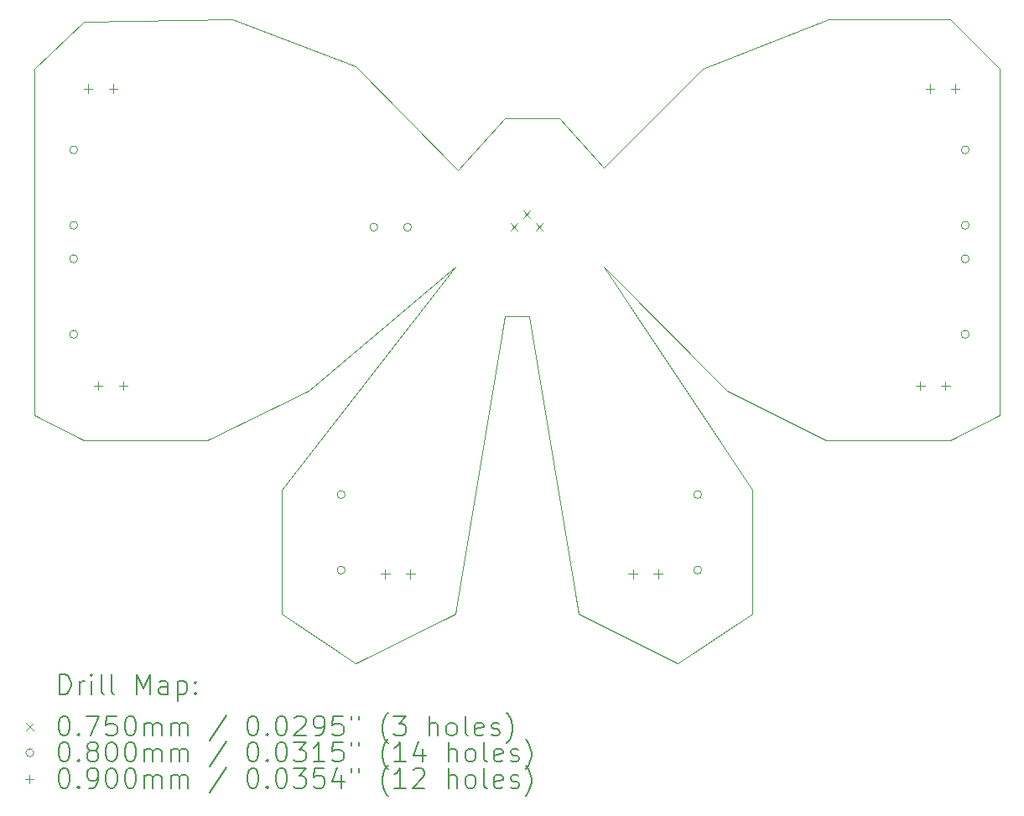
<source format=gbr>
%TF.GenerationSoftware,KiCad,Pcbnew,9.0.2*%
%TF.CreationDate,2025-06-06T13:56:25-05:00*%
%TF.ProjectId,bow,626f772e-6b69-4636-9164-5f7063625858,rev?*%
%TF.SameCoordinates,Original*%
%TF.FileFunction,Drillmap*%
%TF.FilePolarity,Positive*%
%FSLAX45Y45*%
G04 Gerber Fmt 4.5, Leading zero omitted, Abs format (unit mm)*
G04 Created by KiCad (PCBNEW 9.0.2) date 2025-06-06 13:56:25*
%MOMM*%
%LPD*%
G01*
G04 APERTURE LIST*
%ADD10C,0.050000*%
%ADD11C,0.200000*%
%ADD12C,0.100000*%
G04 APERTURE END LIST*
D10*
X26750000Y-7000000D02*
X26750000Y-10500000D01*
X26250000Y-10750000D01*
X25000000Y-10750000D01*
X24000000Y-10250000D01*
X22750000Y-9000000D01*
X24250000Y-11250000D01*
X24250000Y-12500000D01*
X23500000Y-13000000D01*
X22500000Y-12500000D01*
X22000000Y-9500000D01*
X21750000Y-9500000D01*
X21250000Y-12500000D01*
X20250000Y-13000000D01*
X19500000Y-12500000D01*
X19500000Y-11250000D01*
X21250000Y-9000000D01*
X19775000Y-10250000D01*
X18750000Y-10750000D01*
X17500000Y-10750000D01*
X17000000Y-10500000D01*
X17000000Y-7000000D01*
X17500000Y-6525000D01*
X19000000Y-6500000D01*
X20250000Y-6975000D01*
X21275000Y-8025000D01*
X21750000Y-7500000D01*
X22300000Y-7500000D01*
X22750000Y-8000000D01*
X23750000Y-7000000D01*
X25025000Y-6500000D01*
X26250000Y-6500000D01*
X26750000Y-7000000D01*
D11*
D12*
X21808500Y-8562500D02*
X21883500Y-8637500D01*
X21883500Y-8562500D02*
X21808500Y-8637500D01*
X21935500Y-8435500D02*
X22010500Y-8510500D01*
X22010500Y-8435500D02*
X21935500Y-8510500D01*
X22062500Y-8562500D02*
X22137500Y-8637500D01*
X22137500Y-8562500D02*
X22062500Y-8637500D01*
X17440000Y-7819000D02*
G75*
G02*
X17360000Y-7819000I-40000J0D01*
G01*
X17360000Y-7819000D02*
G75*
G02*
X17440000Y-7819000I40000J0D01*
G01*
X17440000Y-8581000D02*
G75*
G02*
X17360000Y-8581000I-40000J0D01*
G01*
X17360000Y-8581000D02*
G75*
G02*
X17440000Y-8581000I40000J0D01*
G01*
X17440000Y-8919000D02*
G75*
G02*
X17360000Y-8919000I-40000J0D01*
G01*
X17360000Y-8919000D02*
G75*
G02*
X17440000Y-8919000I40000J0D01*
G01*
X17440000Y-9681000D02*
G75*
G02*
X17360000Y-9681000I-40000J0D01*
G01*
X17360000Y-9681000D02*
G75*
G02*
X17440000Y-9681000I40000J0D01*
G01*
X20140000Y-11300000D02*
G75*
G02*
X20060000Y-11300000I-40000J0D01*
G01*
X20060000Y-11300000D02*
G75*
G02*
X20140000Y-11300000I40000J0D01*
G01*
X20140000Y-12062000D02*
G75*
G02*
X20060000Y-12062000I-40000J0D01*
G01*
X20060000Y-12062000D02*
G75*
G02*
X20140000Y-12062000I40000J0D01*
G01*
X20470000Y-8600000D02*
G75*
G02*
X20390000Y-8600000I-40000J0D01*
G01*
X20390000Y-8600000D02*
G75*
G02*
X20470000Y-8600000I40000J0D01*
G01*
X20810000Y-8600000D02*
G75*
G02*
X20730000Y-8600000I-40000J0D01*
G01*
X20730000Y-8600000D02*
G75*
G02*
X20810000Y-8600000I40000J0D01*
G01*
X23740000Y-11300000D02*
G75*
G02*
X23660000Y-11300000I-40000J0D01*
G01*
X23660000Y-11300000D02*
G75*
G02*
X23740000Y-11300000I40000J0D01*
G01*
X23740000Y-12062000D02*
G75*
G02*
X23660000Y-12062000I-40000J0D01*
G01*
X23660000Y-12062000D02*
G75*
G02*
X23740000Y-12062000I40000J0D01*
G01*
X26440000Y-7819000D02*
G75*
G02*
X26360000Y-7819000I-40000J0D01*
G01*
X26360000Y-7819000D02*
G75*
G02*
X26440000Y-7819000I40000J0D01*
G01*
X26440000Y-8581000D02*
G75*
G02*
X26360000Y-8581000I-40000J0D01*
G01*
X26360000Y-8581000D02*
G75*
G02*
X26440000Y-8581000I40000J0D01*
G01*
X26440000Y-8919000D02*
G75*
G02*
X26360000Y-8919000I-40000J0D01*
G01*
X26360000Y-8919000D02*
G75*
G02*
X26440000Y-8919000I40000J0D01*
G01*
X26440000Y-9681000D02*
G75*
G02*
X26360000Y-9681000I-40000J0D01*
G01*
X26360000Y-9681000D02*
G75*
G02*
X26440000Y-9681000I40000J0D01*
G01*
X17546000Y-7155000D02*
X17546000Y-7245000D01*
X17501000Y-7200000D02*
X17591000Y-7200000D01*
X17646000Y-10155000D02*
X17646000Y-10245000D01*
X17601000Y-10200000D02*
X17691000Y-10200000D01*
X17800000Y-7155000D02*
X17800000Y-7245000D01*
X17755000Y-7200000D02*
X17845000Y-7200000D01*
X17900000Y-10155000D02*
X17900000Y-10245000D01*
X17855000Y-10200000D02*
X17945000Y-10200000D01*
X20546000Y-12055000D02*
X20546000Y-12145000D01*
X20501000Y-12100000D02*
X20591000Y-12100000D01*
X20800000Y-12055000D02*
X20800000Y-12145000D01*
X20755000Y-12100000D02*
X20845000Y-12100000D01*
X23046000Y-12055000D02*
X23046000Y-12145000D01*
X23001000Y-12100000D02*
X23091000Y-12100000D01*
X23300000Y-12055000D02*
X23300000Y-12145000D01*
X23255000Y-12100000D02*
X23345000Y-12100000D01*
X25946000Y-10155000D02*
X25946000Y-10245000D01*
X25901000Y-10200000D02*
X25991000Y-10200000D01*
X26046000Y-7155000D02*
X26046000Y-7245000D01*
X26001000Y-7200000D02*
X26091000Y-7200000D01*
X26200000Y-10155000D02*
X26200000Y-10245000D01*
X26155000Y-10200000D02*
X26245000Y-10200000D01*
X26300000Y-7155000D02*
X26300000Y-7245000D01*
X26255000Y-7200000D02*
X26345000Y-7200000D01*
D11*
X17258277Y-13313984D02*
X17258277Y-13113984D01*
X17258277Y-13113984D02*
X17305896Y-13113984D01*
X17305896Y-13113984D02*
X17334467Y-13123508D01*
X17334467Y-13123508D02*
X17353515Y-13142555D01*
X17353515Y-13142555D02*
X17363039Y-13161603D01*
X17363039Y-13161603D02*
X17372563Y-13199698D01*
X17372563Y-13199698D02*
X17372563Y-13228269D01*
X17372563Y-13228269D02*
X17363039Y-13266365D01*
X17363039Y-13266365D02*
X17353515Y-13285412D01*
X17353515Y-13285412D02*
X17334467Y-13304460D01*
X17334467Y-13304460D02*
X17305896Y-13313984D01*
X17305896Y-13313984D02*
X17258277Y-13313984D01*
X17458277Y-13313984D02*
X17458277Y-13180650D01*
X17458277Y-13218746D02*
X17467801Y-13199698D01*
X17467801Y-13199698D02*
X17477324Y-13190174D01*
X17477324Y-13190174D02*
X17496372Y-13180650D01*
X17496372Y-13180650D02*
X17515420Y-13180650D01*
X17582086Y-13313984D02*
X17582086Y-13180650D01*
X17582086Y-13113984D02*
X17572563Y-13123508D01*
X17572563Y-13123508D02*
X17582086Y-13133031D01*
X17582086Y-13133031D02*
X17591610Y-13123508D01*
X17591610Y-13123508D02*
X17582086Y-13113984D01*
X17582086Y-13113984D02*
X17582086Y-13133031D01*
X17705896Y-13313984D02*
X17686848Y-13304460D01*
X17686848Y-13304460D02*
X17677324Y-13285412D01*
X17677324Y-13285412D02*
X17677324Y-13113984D01*
X17810658Y-13313984D02*
X17791610Y-13304460D01*
X17791610Y-13304460D02*
X17782086Y-13285412D01*
X17782086Y-13285412D02*
X17782086Y-13113984D01*
X18039229Y-13313984D02*
X18039229Y-13113984D01*
X18039229Y-13113984D02*
X18105896Y-13256841D01*
X18105896Y-13256841D02*
X18172563Y-13113984D01*
X18172563Y-13113984D02*
X18172563Y-13313984D01*
X18353515Y-13313984D02*
X18353515Y-13209222D01*
X18353515Y-13209222D02*
X18343991Y-13190174D01*
X18343991Y-13190174D02*
X18324944Y-13180650D01*
X18324944Y-13180650D02*
X18286848Y-13180650D01*
X18286848Y-13180650D02*
X18267801Y-13190174D01*
X18353515Y-13304460D02*
X18334467Y-13313984D01*
X18334467Y-13313984D02*
X18286848Y-13313984D01*
X18286848Y-13313984D02*
X18267801Y-13304460D01*
X18267801Y-13304460D02*
X18258277Y-13285412D01*
X18258277Y-13285412D02*
X18258277Y-13266365D01*
X18258277Y-13266365D02*
X18267801Y-13247317D01*
X18267801Y-13247317D02*
X18286848Y-13237793D01*
X18286848Y-13237793D02*
X18334467Y-13237793D01*
X18334467Y-13237793D02*
X18353515Y-13228269D01*
X18448753Y-13180650D02*
X18448753Y-13380650D01*
X18448753Y-13190174D02*
X18467801Y-13180650D01*
X18467801Y-13180650D02*
X18505896Y-13180650D01*
X18505896Y-13180650D02*
X18524944Y-13190174D01*
X18524944Y-13190174D02*
X18534467Y-13199698D01*
X18534467Y-13199698D02*
X18543991Y-13218746D01*
X18543991Y-13218746D02*
X18543991Y-13275888D01*
X18543991Y-13275888D02*
X18534467Y-13294936D01*
X18534467Y-13294936D02*
X18524944Y-13304460D01*
X18524944Y-13304460D02*
X18505896Y-13313984D01*
X18505896Y-13313984D02*
X18467801Y-13313984D01*
X18467801Y-13313984D02*
X18448753Y-13304460D01*
X18629705Y-13294936D02*
X18639229Y-13304460D01*
X18639229Y-13304460D02*
X18629705Y-13313984D01*
X18629705Y-13313984D02*
X18620182Y-13304460D01*
X18620182Y-13304460D02*
X18629705Y-13294936D01*
X18629705Y-13294936D02*
X18629705Y-13313984D01*
X18629705Y-13190174D02*
X18639229Y-13199698D01*
X18639229Y-13199698D02*
X18629705Y-13209222D01*
X18629705Y-13209222D02*
X18620182Y-13199698D01*
X18620182Y-13199698D02*
X18629705Y-13190174D01*
X18629705Y-13190174D02*
X18629705Y-13209222D01*
D12*
X16922500Y-13605000D02*
X16997500Y-13680000D01*
X16997500Y-13605000D02*
X16922500Y-13680000D01*
D11*
X17296372Y-13533984D02*
X17315420Y-13533984D01*
X17315420Y-13533984D02*
X17334467Y-13543508D01*
X17334467Y-13543508D02*
X17343991Y-13553031D01*
X17343991Y-13553031D02*
X17353515Y-13572079D01*
X17353515Y-13572079D02*
X17363039Y-13610174D01*
X17363039Y-13610174D02*
X17363039Y-13657793D01*
X17363039Y-13657793D02*
X17353515Y-13695888D01*
X17353515Y-13695888D02*
X17343991Y-13714936D01*
X17343991Y-13714936D02*
X17334467Y-13724460D01*
X17334467Y-13724460D02*
X17315420Y-13733984D01*
X17315420Y-13733984D02*
X17296372Y-13733984D01*
X17296372Y-13733984D02*
X17277324Y-13724460D01*
X17277324Y-13724460D02*
X17267801Y-13714936D01*
X17267801Y-13714936D02*
X17258277Y-13695888D01*
X17258277Y-13695888D02*
X17248753Y-13657793D01*
X17248753Y-13657793D02*
X17248753Y-13610174D01*
X17248753Y-13610174D02*
X17258277Y-13572079D01*
X17258277Y-13572079D02*
X17267801Y-13553031D01*
X17267801Y-13553031D02*
X17277324Y-13543508D01*
X17277324Y-13543508D02*
X17296372Y-13533984D01*
X17448753Y-13714936D02*
X17458277Y-13724460D01*
X17458277Y-13724460D02*
X17448753Y-13733984D01*
X17448753Y-13733984D02*
X17439229Y-13724460D01*
X17439229Y-13724460D02*
X17448753Y-13714936D01*
X17448753Y-13714936D02*
X17448753Y-13733984D01*
X17524944Y-13533984D02*
X17658277Y-13533984D01*
X17658277Y-13533984D02*
X17572563Y-13733984D01*
X17829705Y-13533984D02*
X17734467Y-13533984D01*
X17734467Y-13533984D02*
X17724944Y-13629222D01*
X17724944Y-13629222D02*
X17734467Y-13619698D01*
X17734467Y-13619698D02*
X17753515Y-13610174D01*
X17753515Y-13610174D02*
X17801134Y-13610174D01*
X17801134Y-13610174D02*
X17820182Y-13619698D01*
X17820182Y-13619698D02*
X17829705Y-13629222D01*
X17829705Y-13629222D02*
X17839229Y-13648269D01*
X17839229Y-13648269D02*
X17839229Y-13695888D01*
X17839229Y-13695888D02*
X17829705Y-13714936D01*
X17829705Y-13714936D02*
X17820182Y-13724460D01*
X17820182Y-13724460D02*
X17801134Y-13733984D01*
X17801134Y-13733984D02*
X17753515Y-13733984D01*
X17753515Y-13733984D02*
X17734467Y-13724460D01*
X17734467Y-13724460D02*
X17724944Y-13714936D01*
X17963039Y-13533984D02*
X17982086Y-13533984D01*
X17982086Y-13533984D02*
X18001134Y-13543508D01*
X18001134Y-13543508D02*
X18010658Y-13553031D01*
X18010658Y-13553031D02*
X18020182Y-13572079D01*
X18020182Y-13572079D02*
X18029705Y-13610174D01*
X18029705Y-13610174D02*
X18029705Y-13657793D01*
X18029705Y-13657793D02*
X18020182Y-13695888D01*
X18020182Y-13695888D02*
X18010658Y-13714936D01*
X18010658Y-13714936D02*
X18001134Y-13724460D01*
X18001134Y-13724460D02*
X17982086Y-13733984D01*
X17982086Y-13733984D02*
X17963039Y-13733984D01*
X17963039Y-13733984D02*
X17943991Y-13724460D01*
X17943991Y-13724460D02*
X17934467Y-13714936D01*
X17934467Y-13714936D02*
X17924944Y-13695888D01*
X17924944Y-13695888D02*
X17915420Y-13657793D01*
X17915420Y-13657793D02*
X17915420Y-13610174D01*
X17915420Y-13610174D02*
X17924944Y-13572079D01*
X17924944Y-13572079D02*
X17934467Y-13553031D01*
X17934467Y-13553031D02*
X17943991Y-13543508D01*
X17943991Y-13543508D02*
X17963039Y-13533984D01*
X18115420Y-13733984D02*
X18115420Y-13600650D01*
X18115420Y-13619698D02*
X18124944Y-13610174D01*
X18124944Y-13610174D02*
X18143991Y-13600650D01*
X18143991Y-13600650D02*
X18172563Y-13600650D01*
X18172563Y-13600650D02*
X18191610Y-13610174D01*
X18191610Y-13610174D02*
X18201134Y-13629222D01*
X18201134Y-13629222D02*
X18201134Y-13733984D01*
X18201134Y-13629222D02*
X18210658Y-13610174D01*
X18210658Y-13610174D02*
X18229705Y-13600650D01*
X18229705Y-13600650D02*
X18258277Y-13600650D01*
X18258277Y-13600650D02*
X18277325Y-13610174D01*
X18277325Y-13610174D02*
X18286848Y-13629222D01*
X18286848Y-13629222D02*
X18286848Y-13733984D01*
X18382086Y-13733984D02*
X18382086Y-13600650D01*
X18382086Y-13619698D02*
X18391610Y-13610174D01*
X18391610Y-13610174D02*
X18410658Y-13600650D01*
X18410658Y-13600650D02*
X18439229Y-13600650D01*
X18439229Y-13600650D02*
X18458277Y-13610174D01*
X18458277Y-13610174D02*
X18467801Y-13629222D01*
X18467801Y-13629222D02*
X18467801Y-13733984D01*
X18467801Y-13629222D02*
X18477325Y-13610174D01*
X18477325Y-13610174D02*
X18496372Y-13600650D01*
X18496372Y-13600650D02*
X18524944Y-13600650D01*
X18524944Y-13600650D02*
X18543991Y-13610174D01*
X18543991Y-13610174D02*
X18553515Y-13629222D01*
X18553515Y-13629222D02*
X18553515Y-13733984D01*
X18943991Y-13524460D02*
X18772563Y-13781603D01*
X19201134Y-13533984D02*
X19220182Y-13533984D01*
X19220182Y-13533984D02*
X19239229Y-13543508D01*
X19239229Y-13543508D02*
X19248753Y-13553031D01*
X19248753Y-13553031D02*
X19258277Y-13572079D01*
X19258277Y-13572079D02*
X19267801Y-13610174D01*
X19267801Y-13610174D02*
X19267801Y-13657793D01*
X19267801Y-13657793D02*
X19258277Y-13695888D01*
X19258277Y-13695888D02*
X19248753Y-13714936D01*
X19248753Y-13714936D02*
X19239229Y-13724460D01*
X19239229Y-13724460D02*
X19220182Y-13733984D01*
X19220182Y-13733984D02*
X19201134Y-13733984D01*
X19201134Y-13733984D02*
X19182087Y-13724460D01*
X19182087Y-13724460D02*
X19172563Y-13714936D01*
X19172563Y-13714936D02*
X19163039Y-13695888D01*
X19163039Y-13695888D02*
X19153515Y-13657793D01*
X19153515Y-13657793D02*
X19153515Y-13610174D01*
X19153515Y-13610174D02*
X19163039Y-13572079D01*
X19163039Y-13572079D02*
X19172563Y-13553031D01*
X19172563Y-13553031D02*
X19182087Y-13543508D01*
X19182087Y-13543508D02*
X19201134Y-13533984D01*
X19353515Y-13714936D02*
X19363039Y-13724460D01*
X19363039Y-13724460D02*
X19353515Y-13733984D01*
X19353515Y-13733984D02*
X19343991Y-13724460D01*
X19343991Y-13724460D02*
X19353515Y-13714936D01*
X19353515Y-13714936D02*
X19353515Y-13733984D01*
X19486848Y-13533984D02*
X19505896Y-13533984D01*
X19505896Y-13533984D02*
X19524944Y-13543508D01*
X19524944Y-13543508D02*
X19534468Y-13553031D01*
X19534468Y-13553031D02*
X19543991Y-13572079D01*
X19543991Y-13572079D02*
X19553515Y-13610174D01*
X19553515Y-13610174D02*
X19553515Y-13657793D01*
X19553515Y-13657793D02*
X19543991Y-13695888D01*
X19543991Y-13695888D02*
X19534468Y-13714936D01*
X19534468Y-13714936D02*
X19524944Y-13724460D01*
X19524944Y-13724460D02*
X19505896Y-13733984D01*
X19505896Y-13733984D02*
X19486848Y-13733984D01*
X19486848Y-13733984D02*
X19467801Y-13724460D01*
X19467801Y-13724460D02*
X19458277Y-13714936D01*
X19458277Y-13714936D02*
X19448753Y-13695888D01*
X19448753Y-13695888D02*
X19439229Y-13657793D01*
X19439229Y-13657793D02*
X19439229Y-13610174D01*
X19439229Y-13610174D02*
X19448753Y-13572079D01*
X19448753Y-13572079D02*
X19458277Y-13553031D01*
X19458277Y-13553031D02*
X19467801Y-13543508D01*
X19467801Y-13543508D02*
X19486848Y-13533984D01*
X19629706Y-13553031D02*
X19639229Y-13543508D01*
X19639229Y-13543508D02*
X19658277Y-13533984D01*
X19658277Y-13533984D02*
X19705896Y-13533984D01*
X19705896Y-13533984D02*
X19724944Y-13543508D01*
X19724944Y-13543508D02*
X19734468Y-13553031D01*
X19734468Y-13553031D02*
X19743991Y-13572079D01*
X19743991Y-13572079D02*
X19743991Y-13591127D01*
X19743991Y-13591127D02*
X19734468Y-13619698D01*
X19734468Y-13619698D02*
X19620182Y-13733984D01*
X19620182Y-13733984D02*
X19743991Y-13733984D01*
X19839229Y-13733984D02*
X19877325Y-13733984D01*
X19877325Y-13733984D02*
X19896372Y-13724460D01*
X19896372Y-13724460D02*
X19905896Y-13714936D01*
X19905896Y-13714936D02*
X19924944Y-13686365D01*
X19924944Y-13686365D02*
X19934468Y-13648269D01*
X19934468Y-13648269D02*
X19934468Y-13572079D01*
X19934468Y-13572079D02*
X19924944Y-13553031D01*
X19924944Y-13553031D02*
X19915420Y-13543508D01*
X19915420Y-13543508D02*
X19896372Y-13533984D01*
X19896372Y-13533984D02*
X19858277Y-13533984D01*
X19858277Y-13533984D02*
X19839229Y-13543508D01*
X19839229Y-13543508D02*
X19829706Y-13553031D01*
X19829706Y-13553031D02*
X19820182Y-13572079D01*
X19820182Y-13572079D02*
X19820182Y-13619698D01*
X19820182Y-13619698D02*
X19829706Y-13638746D01*
X19829706Y-13638746D02*
X19839229Y-13648269D01*
X19839229Y-13648269D02*
X19858277Y-13657793D01*
X19858277Y-13657793D02*
X19896372Y-13657793D01*
X19896372Y-13657793D02*
X19915420Y-13648269D01*
X19915420Y-13648269D02*
X19924944Y-13638746D01*
X19924944Y-13638746D02*
X19934468Y-13619698D01*
X20115420Y-13533984D02*
X20020182Y-13533984D01*
X20020182Y-13533984D02*
X20010658Y-13629222D01*
X20010658Y-13629222D02*
X20020182Y-13619698D01*
X20020182Y-13619698D02*
X20039229Y-13610174D01*
X20039229Y-13610174D02*
X20086849Y-13610174D01*
X20086849Y-13610174D02*
X20105896Y-13619698D01*
X20105896Y-13619698D02*
X20115420Y-13629222D01*
X20115420Y-13629222D02*
X20124944Y-13648269D01*
X20124944Y-13648269D02*
X20124944Y-13695888D01*
X20124944Y-13695888D02*
X20115420Y-13714936D01*
X20115420Y-13714936D02*
X20105896Y-13724460D01*
X20105896Y-13724460D02*
X20086849Y-13733984D01*
X20086849Y-13733984D02*
X20039229Y-13733984D01*
X20039229Y-13733984D02*
X20020182Y-13724460D01*
X20020182Y-13724460D02*
X20010658Y-13714936D01*
X20201134Y-13533984D02*
X20201134Y-13572079D01*
X20277325Y-13533984D02*
X20277325Y-13572079D01*
X20572563Y-13810174D02*
X20563039Y-13800650D01*
X20563039Y-13800650D02*
X20543991Y-13772079D01*
X20543991Y-13772079D02*
X20534468Y-13753031D01*
X20534468Y-13753031D02*
X20524944Y-13724460D01*
X20524944Y-13724460D02*
X20515420Y-13676841D01*
X20515420Y-13676841D02*
X20515420Y-13638746D01*
X20515420Y-13638746D02*
X20524944Y-13591127D01*
X20524944Y-13591127D02*
X20534468Y-13562555D01*
X20534468Y-13562555D02*
X20543991Y-13543508D01*
X20543991Y-13543508D02*
X20563039Y-13514936D01*
X20563039Y-13514936D02*
X20572563Y-13505412D01*
X20629706Y-13533984D02*
X20753515Y-13533984D01*
X20753515Y-13533984D02*
X20686849Y-13610174D01*
X20686849Y-13610174D02*
X20715420Y-13610174D01*
X20715420Y-13610174D02*
X20734468Y-13619698D01*
X20734468Y-13619698D02*
X20743991Y-13629222D01*
X20743991Y-13629222D02*
X20753515Y-13648269D01*
X20753515Y-13648269D02*
X20753515Y-13695888D01*
X20753515Y-13695888D02*
X20743991Y-13714936D01*
X20743991Y-13714936D02*
X20734468Y-13724460D01*
X20734468Y-13724460D02*
X20715420Y-13733984D01*
X20715420Y-13733984D02*
X20658277Y-13733984D01*
X20658277Y-13733984D02*
X20639230Y-13724460D01*
X20639230Y-13724460D02*
X20629706Y-13714936D01*
X20991611Y-13733984D02*
X20991611Y-13533984D01*
X21077325Y-13733984D02*
X21077325Y-13629222D01*
X21077325Y-13629222D02*
X21067801Y-13610174D01*
X21067801Y-13610174D02*
X21048753Y-13600650D01*
X21048753Y-13600650D02*
X21020182Y-13600650D01*
X21020182Y-13600650D02*
X21001134Y-13610174D01*
X21001134Y-13610174D02*
X20991611Y-13619698D01*
X21201134Y-13733984D02*
X21182087Y-13724460D01*
X21182087Y-13724460D02*
X21172563Y-13714936D01*
X21172563Y-13714936D02*
X21163039Y-13695888D01*
X21163039Y-13695888D02*
X21163039Y-13638746D01*
X21163039Y-13638746D02*
X21172563Y-13619698D01*
X21172563Y-13619698D02*
X21182087Y-13610174D01*
X21182087Y-13610174D02*
X21201134Y-13600650D01*
X21201134Y-13600650D02*
X21229706Y-13600650D01*
X21229706Y-13600650D02*
X21248753Y-13610174D01*
X21248753Y-13610174D02*
X21258277Y-13619698D01*
X21258277Y-13619698D02*
X21267801Y-13638746D01*
X21267801Y-13638746D02*
X21267801Y-13695888D01*
X21267801Y-13695888D02*
X21258277Y-13714936D01*
X21258277Y-13714936D02*
X21248753Y-13724460D01*
X21248753Y-13724460D02*
X21229706Y-13733984D01*
X21229706Y-13733984D02*
X21201134Y-13733984D01*
X21382087Y-13733984D02*
X21363039Y-13724460D01*
X21363039Y-13724460D02*
X21353515Y-13705412D01*
X21353515Y-13705412D02*
X21353515Y-13533984D01*
X21534468Y-13724460D02*
X21515420Y-13733984D01*
X21515420Y-13733984D02*
X21477325Y-13733984D01*
X21477325Y-13733984D02*
X21458277Y-13724460D01*
X21458277Y-13724460D02*
X21448753Y-13705412D01*
X21448753Y-13705412D02*
X21448753Y-13629222D01*
X21448753Y-13629222D02*
X21458277Y-13610174D01*
X21458277Y-13610174D02*
X21477325Y-13600650D01*
X21477325Y-13600650D02*
X21515420Y-13600650D01*
X21515420Y-13600650D02*
X21534468Y-13610174D01*
X21534468Y-13610174D02*
X21543992Y-13629222D01*
X21543992Y-13629222D02*
X21543992Y-13648269D01*
X21543992Y-13648269D02*
X21448753Y-13667317D01*
X21620182Y-13724460D02*
X21639230Y-13733984D01*
X21639230Y-13733984D02*
X21677325Y-13733984D01*
X21677325Y-13733984D02*
X21696373Y-13724460D01*
X21696373Y-13724460D02*
X21705896Y-13705412D01*
X21705896Y-13705412D02*
X21705896Y-13695888D01*
X21705896Y-13695888D02*
X21696373Y-13676841D01*
X21696373Y-13676841D02*
X21677325Y-13667317D01*
X21677325Y-13667317D02*
X21648753Y-13667317D01*
X21648753Y-13667317D02*
X21629706Y-13657793D01*
X21629706Y-13657793D02*
X21620182Y-13638746D01*
X21620182Y-13638746D02*
X21620182Y-13629222D01*
X21620182Y-13629222D02*
X21629706Y-13610174D01*
X21629706Y-13610174D02*
X21648753Y-13600650D01*
X21648753Y-13600650D02*
X21677325Y-13600650D01*
X21677325Y-13600650D02*
X21696373Y-13610174D01*
X21772563Y-13810174D02*
X21782087Y-13800650D01*
X21782087Y-13800650D02*
X21801134Y-13772079D01*
X21801134Y-13772079D02*
X21810658Y-13753031D01*
X21810658Y-13753031D02*
X21820182Y-13724460D01*
X21820182Y-13724460D02*
X21829706Y-13676841D01*
X21829706Y-13676841D02*
X21829706Y-13638746D01*
X21829706Y-13638746D02*
X21820182Y-13591127D01*
X21820182Y-13591127D02*
X21810658Y-13562555D01*
X21810658Y-13562555D02*
X21801134Y-13543508D01*
X21801134Y-13543508D02*
X21782087Y-13514936D01*
X21782087Y-13514936D02*
X21772563Y-13505412D01*
D12*
X16997500Y-13906500D02*
G75*
G02*
X16917500Y-13906500I-40000J0D01*
G01*
X16917500Y-13906500D02*
G75*
G02*
X16997500Y-13906500I40000J0D01*
G01*
D11*
X17296372Y-13797984D02*
X17315420Y-13797984D01*
X17315420Y-13797984D02*
X17334467Y-13807508D01*
X17334467Y-13807508D02*
X17343991Y-13817031D01*
X17343991Y-13817031D02*
X17353515Y-13836079D01*
X17353515Y-13836079D02*
X17363039Y-13874174D01*
X17363039Y-13874174D02*
X17363039Y-13921793D01*
X17363039Y-13921793D02*
X17353515Y-13959888D01*
X17353515Y-13959888D02*
X17343991Y-13978936D01*
X17343991Y-13978936D02*
X17334467Y-13988460D01*
X17334467Y-13988460D02*
X17315420Y-13997984D01*
X17315420Y-13997984D02*
X17296372Y-13997984D01*
X17296372Y-13997984D02*
X17277324Y-13988460D01*
X17277324Y-13988460D02*
X17267801Y-13978936D01*
X17267801Y-13978936D02*
X17258277Y-13959888D01*
X17258277Y-13959888D02*
X17248753Y-13921793D01*
X17248753Y-13921793D02*
X17248753Y-13874174D01*
X17248753Y-13874174D02*
X17258277Y-13836079D01*
X17258277Y-13836079D02*
X17267801Y-13817031D01*
X17267801Y-13817031D02*
X17277324Y-13807508D01*
X17277324Y-13807508D02*
X17296372Y-13797984D01*
X17448753Y-13978936D02*
X17458277Y-13988460D01*
X17458277Y-13988460D02*
X17448753Y-13997984D01*
X17448753Y-13997984D02*
X17439229Y-13988460D01*
X17439229Y-13988460D02*
X17448753Y-13978936D01*
X17448753Y-13978936D02*
X17448753Y-13997984D01*
X17572563Y-13883698D02*
X17553515Y-13874174D01*
X17553515Y-13874174D02*
X17543991Y-13864650D01*
X17543991Y-13864650D02*
X17534467Y-13845603D01*
X17534467Y-13845603D02*
X17534467Y-13836079D01*
X17534467Y-13836079D02*
X17543991Y-13817031D01*
X17543991Y-13817031D02*
X17553515Y-13807508D01*
X17553515Y-13807508D02*
X17572563Y-13797984D01*
X17572563Y-13797984D02*
X17610658Y-13797984D01*
X17610658Y-13797984D02*
X17629705Y-13807508D01*
X17629705Y-13807508D02*
X17639229Y-13817031D01*
X17639229Y-13817031D02*
X17648753Y-13836079D01*
X17648753Y-13836079D02*
X17648753Y-13845603D01*
X17648753Y-13845603D02*
X17639229Y-13864650D01*
X17639229Y-13864650D02*
X17629705Y-13874174D01*
X17629705Y-13874174D02*
X17610658Y-13883698D01*
X17610658Y-13883698D02*
X17572563Y-13883698D01*
X17572563Y-13883698D02*
X17553515Y-13893222D01*
X17553515Y-13893222D02*
X17543991Y-13902746D01*
X17543991Y-13902746D02*
X17534467Y-13921793D01*
X17534467Y-13921793D02*
X17534467Y-13959888D01*
X17534467Y-13959888D02*
X17543991Y-13978936D01*
X17543991Y-13978936D02*
X17553515Y-13988460D01*
X17553515Y-13988460D02*
X17572563Y-13997984D01*
X17572563Y-13997984D02*
X17610658Y-13997984D01*
X17610658Y-13997984D02*
X17629705Y-13988460D01*
X17629705Y-13988460D02*
X17639229Y-13978936D01*
X17639229Y-13978936D02*
X17648753Y-13959888D01*
X17648753Y-13959888D02*
X17648753Y-13921793D01*
X17648753Y-13921793D02*
X17639229Y-13902746D01*
X17639229Y-13902746D02*
X17629705Y-13893222D01*
X17629705Y-13893222D02*
X17610658Y-13883698D01*
X17772563Y-13797984D02*
X17791610Y-13797984D01*
X17791610Y-13797984D02*
X17810658Y-13807508D01*
X17810658Y-13807508D02*
X17820182Y-13817031D01*
X17820182Y-13817031D02*
X17829705Y-13836079D01*
X17829705Y-13836079D02*
X17839229Y-13874174D01*
X17839229Y-13874174D02*
X17839229Y-13921793D01*
X17839229Y-13921793D02*
X17829705Y-13959888D01*
X17829705Y-13959888D02*
X17820182Y-13978936D01*
X17820182Y-13978936D02*
X17810658Y-13988460D01*
X17810658Y-13988460D02*
X17791610Y-13997984D01*
X17791610Y-13997984D02*
X17772563Y-13997984D01*
X17772563Y-13997984D02*
X17753515Y-13988460D01*
X17753515Y-13988460D02*
X17743991Y-13978936D01*
X17743991Y-13978936D02*
X17734467Y-13959888D01*
X17734467Y-13959888D02*
X17724944Y-13921793D01*
X17724944Y-13921793D02*
X17724944Y-13874174D01*
X17724944Y-13874174D02*
X17734467Y-13836079D01*
X17734467Y-13836079D02*
X17743991Y-13817031D01*
X17743991Y-13817031D02*
X17753515Y-13807508D01*
X17753515Y-13807508D02*
X17772563Y-13797984D01*
X17963039Y-13797984D02*
X17982086Y-13797984D01*
X17982086Y-13797984D02*
X18001134Y-13807508D01*
X18001134Y-13807508D02*
X18010658Y-13817031D01*
X18010658Y-13817031D02*
X18020182Y-13836079D01*
X18020182Y-13836079D02*
X18029705Y-13874174D01*
X18029705Y-13874174D02*
X18029705Y-13921793D01*
X18029705Y-13921793D02*
X18020182Y-13959888D01*
X18020182Y-13959888D02*
X18010658Y-13978936D01*
X18010658Y-13978936D02*
X18001134Y-13988460D01*
X18001134Y-13988460D02*
X17982086Y-13997984D01*
X17982086Y-13997984D02*
X17963039Y-13997984D01*
X17963039Y-13997984D02*
X17943991Y-13988460D01*
X17943991Y-13988460D02*
X17934467Y-13978936D01*
X17934467Y-13978936D02*
X17924944Y-13959888D01*
X17924944Y-13959888D02*
X17915420Y-13921793D01*
X17915420Y-13921793D02*
X17915420Y-13874174D01*
X17915420Y-13874174D02*
X17924944Y-13836079D01*
X17924944Y-13836079D02*
X17934467Y-13817031D01*
X17934467Y-13817031D02*
X17943991Y-13807508D01*
X17943991Y-13807508D02*
X17963039Y-13797984D01*
X18115420Y-13997984D02*
X18115420Y-13864650D01*
X18115420Y-13883698D02*
X18124944Y-13874174D01*
X18124944Y-13874174D02*
X18143991Y-13864650D01*
X18143991Y-13864650D02*
X18172563Y-13864650D01*
X18172563Y-13864650D02*
X18191610Y-13874174D01*
X18191610Y-13874174D02*
X18201134Y-13893222D01*
X18201134Y-13893222D02*
X18201134Y-13997984D01*
X18201134Y-13893222D02*
X18210658Y-13874174D01*
X18210658Y-13874174D02*
X18229705Y-13864650D01*
X18229705Y-13864650D02*
X18258277Y-13864650D01*
X18258277Y-13864650D02*
X18277325Y-13874174D01*
X18277325Y-13874174D02*
X18286848Y-13893222D01*
X18286848Y-13893222D02*
X18286848Y-13997984D01*
X18382086Y-13997984D02*
X18382086Y-13864650D01*
X18382086Y-13883698D02*
X18391610Y-13874174D01*
X18391610Y-13874174D02*
X18410658Y-13864650D01*
X18410658Y-13864650D02*
X18439229Y-13864650D01*
X18439229Y-13864650D02*
X18458277Y-13874174D01*
X18458277Y-13874174D02*
X18467801Y-13893222D01*
X18467801Y-13893222D02*
X18467801Y-13997984D01*
X18467801Y-13893222D02*
X18477325Y-13874174D01*
X18477325Y-13874174D02*
X18496372Y-13864650D01*
X18496372Y-13864650D02*
X18524944Y-13864650D01*
X18524944Y-13864650D02*
X18543991Y-13874174D01*
X18543991Y-13874174D02*
X18553515Y-13893222D01*
X18553515Y-13893222D02*
X18553515Y-13997984D01*
X18943991Y-13788460D02*
X18772563Y-14045603D01*
X19201134Y-13797984D02*
X19220182Y-13797984D01*
X19220182Y-13797984D02*
X19239229Y-13807508D01*
X19239229Y-13807508D02*
X19248753Y-13817031D01*
X19248753Y-13817031D02*
X19258277Y-13836079D01*
X19258277Y-13836079D02*
X19267801Y-13874174D01*
X19267801Y-13874174D02*
X19267801Y-13921793D01*
X19267801Y-13921793D02*
X19258277Y-13959888D01*
X19258277Y-13959888D02*
X19248753Y-13978936D01*
X19248753Y-13978936D02*
X19239229Y-13988460D01*
X19239229Y-13988460D02*
X19220182Y-13997984D01*
X19220182Y-13997984D02*
X19201134Y-13997984D01*
X19201134Y-13997984D02*
X19182087Y-13988460D01*
X19182087Y-13988460D02*
X19172563Y-13978936D01*
X19172563Y-13978936D02*
X19163039Y-13959888D01*
X19163039Y-13959888D02*
X19153515Y-13921793D01*
X19153515Y-13921793D02*
X19153515Y-13874174D01*
X19153515Y-13874174D02*
X19163039Y-13836079D01*
X19163039Y-13836079D02*
X19172563Y-13817031D01*
X19172563Y-13817031D02*
X19182087Y-13807508D01*
X19182087Y-13807508D02*
X19201134Y-13797984D01*
X19353515Y-13978936D02*
X19363039Y-13988460D01*
X19363039Y-13988460D02*
X19353515Y-13997984D01*
X19353515Y-13997984D02*
X19343991Y-13988460D01*
X19343991Y-13988460D02*
X19353515Y-13978936D01*
X19353515Y-13978936D02*
X19353515Y-13997984D01*
X19486848Y-13797984D02*
X19505896Y-13797984D01*
X19505896Y-13797984D02*
X19524944Y-13807508D01*
X19524944Y-13807508D02*
X19534468Y-13817031D01*
X19534468Y-13817031D02*
X19543991Y-13836079D01*
X19543991Y-13836079D02*
X19553515Y-13874174D01*
X19553515Y-13874174D02*
X19553515Y-13921793D01*
X19553515Y-13921793D02*
X19543991Y-13959888D01*
X19543991Y-13959888D02*
X19534468Y-13978936D01*
X19534468Y-13978936D02*
X19524944Y-13988460D01*
X19524944Y-13988460D02*
X19505896Y-13997984D01*
X19505896Y-13997984D02*
X19486848Y-13997984D01*
X19486848Y-13997984D02*
X19467801Y-13988460D01*
X19467801Y-13988460D02*
X19458277Y-13978936D01*
X19458277Y-13978936D02*
X19448753Y-13959888D01*
X19448753Y-13959888D02*
X19439229Y-13921793D01*
X19439229Y-13921793D02*
X19439229Y-13874174D01*
X19439229Y-13874174D02*
X19448753Y-13836079D01*
X19448753Y-13836079D02*
X19458277Y-13817031D01*
X19458277Y-13817031D02*
X19467801Y-13807508D01*
X19467801Y-13807508D02*
X19486848Y-13797984D01*
X19620182Y-13797984D02*
X19743991Y-13797984D01*
X19743991Y-13797984D02*
X19677325Y-13874174D01*
X19677325Y-13874174D02*
X19705896Y-13874174D01*
X19705896Y-13874174D02*
X19724944Y-13883698D01*
X19724944Y-13883698D02*
X19734468Y-13893222D01*
X19734468Y-13893222D02*
X19743991Y-13912269D01*
X19743991Y-13912269D02*
X19743991Y-13959888D01*
X19743991Y-13959888D02*
X19734468Y-13978936D01*
X19734468Y-13978936D02*
X19724944Y-13988460D01*
X19724944Y-13988460D02*
X19705896Y-13997984D01*
X19705896Y-13997984D02*
X19648753Y-13997984D01*
X19648753Y-13997984D02*
X19629706Y-13988460D01*
X19629706Y-13988460D02*
X19620182Y-13978936D01*
X19934468Y-13997984D02*
X19820182Y-13997984D01*
X19877325Y-13997984D02*
X19877325Y-13797984D01*
X19877325Y-13797984D02*
X19858277Y-13826555D01*
X19858277Y-13826555D02*
X19839229Y-13845603D01*
X19839229Y-13845603D02*
X19820182Y-13855127D01*
X20115420Y-13797984D02*
X20020182Y-13797984D01*
X20020182Y-13797984D02*
X20010658Y-13893222D01*
X20010658Y-13893222D02*
X20020182Y-13883698D01*
X20020182Y-13883698D02*
X20039229Y-13874174D01*
X20039229Y-13874174D02*
X20086849Y-13874174D01*
X20086849Y-13874174D02*
X20105896Y-13883698D01*
X20105896Y-13883698D02*
X20115420Y-13893222D01*
X20115420Y-13893222D02*
X20124944Y-13912269D01*
X20124944Y-13912269D02*
X20124944Y-13959888D01*
X20124944Y-13959888D02*
X20115420Y-13978936D01*
X20115420Y-13978936D02*
X20105896Y-13988460D01*
X20105896Y-13988460D02*
X20086849Y-13997984D01*
X20086849Y-13997984D02*
X20039229Y-13997984D01*
X20039229Y-13997984D02*
X20020182Y-13988460D01*
X20020182Y-13988460D02*
X20010658Y-13978936D01*
X20201134Y-13797984D02*
X20201134Y-13836079D01*
X20277325Y-13797984D02*
X20277325Y-13836079D01*
X20572563Y-14074174D02*
X20563039Y-14064650D01*
X20563039Y-14064650D02*
X20543991Y-14036079D01*
X20543991Y-14036079D02*
X20534468Y-14017031D01*
X20534468Y-14017031D02*
X20524944Y-13988460D01*
X20524944Y-13988460D02*
X20515420Y-13940841D01*
X20515420Y-13940841D02*
X20515420Y-13902746D01*
X20515420Y-13902746D02*
X20524944Y-13855127D01*
X20524944Y-13855127D02*
X20534468Y-13826555D01*
X20534468Y-13826555D02*
X20543991Y-13807508D01*
X20543991Y-13807508D02*
X20563039Y-13778936D01*
X20563039Y-13778936D02*
X20572563Y-13769412D01*
X20753515Y-13997984D02*
X20639230Y-13997984D01*
X20696372Y-13997984D02*
X20696372Y-13797984D01*
X20696372Y-13797984D02*
X20677325Y-13826555D01*
X20677325Y-13826555D02*
X20658277Y-13845603D01*
X20658277Y-13845603D02*
X20639230Y-13855127D01*
X20924944Y-13864650D02*
X20924944Y-13997984D01*
X20877325Y-13788460D02*
X20829706Y-13931317D01*
X20829706Y-13931317D02*
X20953515Y-13931317D01*
X21182087Y-13997984D02*
X21182087Y-13797984D01*
X21267801Y-13997984D02*
X21267801Y-13893222D01*
X21267801Y-13893222D02*
X21258277Y-13874174D01*
X21258277Y-13874174D02*
X21239230Y-13864650D01*
X21239230Y-13864650D02*
X21210658Y-13864650D01*
X21210658Y-13864650D02*
X21191611Y-13874174D01*
X21191611Y-13874174D02*
X21182087Y-13883698D01*
X21391611Y-13997984D02*
X21372563Y-13988460D01*
X21372563Y-13988460D02*
X21363039Y-13978936D01*
X21363039Y-13978936D02*
X21353515Y-13959888D01*
X21353515Y-13959888D02*
X21353515Y-13902746D01*
X21353515Y-13902746D02*
X21363039Y-13883698D01*
X21363039Y-13883698D02*
X21372563Y-13874174D01*
X21372563Y-13874174D02*
X21391611Y-13864650D01*
X21391611Y-13864650D02*
X21420182Y-13864650D01*
X21420182Y-13864650D02*
X21439230Y-13874174D01*
X21439230Y-13874174D02*
X21448753Y-13883698D01*
X21448753Y-13883698D02*
X21458277Y-13902746D01*
X21458277Y-13902746D02*
X21458277Y-13959888D01*
X21458277Y-13959888D02*
X21448753Y-13978936D01*
X21448753Y-13978936D02*
X21439230Y-13988460D01*
X21439230Y-13988460D02*
X21420182Y-13997984D01*
X21420182Y-13997984D02*
X21391611Y-13997984D01*
X21572563Y-13997984D02*
X21553515Y-13988460D01*
X21553515Y-13988460D02*
X21543992Y-13969412D01*
X21543992Y-13969412D02*
X21543992Y-13797984D01*
X21724944Y-13988460D02*
X21705896Y-13997984D01*
X21705896Y-13997984D02*
X21667801Y-13997984D01*
X21667801Y-13997984D02*
X21648753Y-13988460D01*
X21648753Y-13988460D02*
X21639230Y-13969412D01*
X21639230Y-13969412D02*
X21639230Y-13893222D01*
X21639230Y-13893222D02*
X21648753Y-13874174D01*
X21648753Y-13874174D02*
X21667801Y-13864650D01*
X21667801Y-13864650D02*
X21705896Y-13864650D01*
X21705896Y-13864650D02*
X21724944Y-13874174D01*
X21724944Y-13874174D02*
X21734468Y-13893222D01*
X21734468Y-13893222D02*
X21734468Y-13912269D01*
X21734468Y-13912269D02*
X21639230Y-13931317D01*
X21810658Y-13988460D02*
X21829706Y-13997984D01*
X21829706Y-13997984D02*
X21867801Y-13997984D01*
X21867801Y-13997984D02*
X21886849Y-13988460D01*
X21886849Y-13988460D02*
X21896373Y-13969412D01*
X21896373Y-13969412D02*
X21896373Y-13959888D01*
X21896373Y-13959888D02*
X21886849Y-13940841D01*
X21886849Y-13940841D02*
X21867801Y-13931317D01*
X21867801Y-13931317D02*
X21839230Y-13931317D01*
X21839230Y-13931317D02*
X21820182Y-13921793D01*
X21820182Y-13921793D02*
X21810658Y-13902746D01*
X21810658Y-13902746D02*
X21810658Y-13893222D01*
X21810658Y-13893222D02*
X21820182Y-13874174D01*
X21820182Y-13874174D02*
X21839230Y-13864650D01*
X21839230Y-13864650D02*
X21867801Y-13864650D01*
X21867801Y-13864650D02*
X21886849Y-13874174D01*
X21963039Y-14074174D02*
X21972563Y-14064650D01*
X21972563Y-14064650D02*
X21991611Y-14036079D01*
X21991611Y-14036079D02*
X22001134Y-14017031D01*
X22001134Y-14017031D02*
X22010658Y-13988460D01*
X22010658Y-13988460D02*
X22020182Y-13940841D01*
X22020182Y-13940841D02*
X22020182Y-13902746D01*
X22020182Y-13902746D02*
X22010658Y-13855127D01*
X22010658Y-13855127D02*
X22001134Y-13826555D01*
X22001134Y-13826555D02*
X21991611Y-13807508D01*
X21991611Y-13807508D02*
X21972563Y-13778936D01*
X21972563Y-13778936D02*
X21963039Y-13769412D01*
D12*
X16952500Y-14125500D02*
X16952500Y-14215500D01*
X16907500Y-14170500D02*
X16997500Y-14170500D01*
D11*
X17296372Y-14061984D02*
X17315420Y-14061984D01*
X17315420Y-14061984D02*
X17334467Y-14071508D01*
X17334467Y-14071508D02*
X17343991Y-14081031D01*
X17343991Y-14081031D02*
X17353515Y-14100079D01*
X17353515Y-14100079D02*
X17363039Y-14138174D01*
X17363039Y-14138174D02*
X17363039Y-14185793D01*
X17363039Y-14185793D02*
X17353515Y-14223888D01*
X17353515Y-14223888D02*
X17343991Y-14242936D01*
X17343991Y-14242936D02*
X17334467Y-14252460D01*
X17334467Y-14252460D02*
X17315420Y-14261984D01*
X17315420Y-14261984D02*
X17296372Y-14261984D01*
X17296372Y-14261984D02*
X17277324Y-14252460D01*
X17277324Y-14252460D02*
X17267801Y-14242936D01*
X17267801Y-14242936D02*
X17258277Y-14223888D01*
X17258277Y-14223888D02*
X17248753Y-14185793D01*
X17248753Y-14185793D02*
X17248753Y-14138174D01*
X17248753Y-14138174D02*
X17258277Y-14100079D01*
X17258277Y-14100079D02*
X17267801Y-14081031D01*
X17267801Y-14081031D02*
X17277324Y-14071508D01*
X17277324Y-14071508D02*
X17296372Y-14061984D01*
X17448753Y-14242936D02*
X17458277Y-14252460D01*
X17458277Y-14252460D02*
X17448753Y-14261984D01*
X17448753Y-14261984D02*
X17439229Y-14252460D01*
X17439229Y-14252460D02*
X17448753Y-14242936D01*
X17448753Y-14242936D02*
X17448753Y-14261984D01*
X17553515Y-14261984D02*
X17591610Y-14261984D01*
X17591610Y-14261984D02*
X17610658Y-14252460D01*
X17610658Y-14252460D02*
X17620182Y-14242936D01*
X17620182Y-14242936D02*
X17639229Y-14214365D01*
X17639229Y-14214365D02*
X17648753Y-14176269D01*
X17648753Y-14176269D02*
X17648753Y-14100079D01*
X17648753Y-14100079D02*
X17639229Y-14081031D01*
X17639229Y-14081031D02*
X17629705Y-14071508D01*
X17629705Y-14071508D02*
X17610658Y-14061984D01*
X17610658Y-14061984D02*
X17572563Y-14061984D01*
X17572563Y-14061984D02*
X17553515Y-14071508D01*
X17553515Y-14071508D02*
X17543991Y-14081031D01*
X17543991Y-14081031D02*
X17534467Y-14100079D01*
X17534467Y-14100079D02*
X17534467Y-14147698D01*
X17534467Y-14147698D02*
X17543991Y-14166746D01*
X17543991Y-14166746D02*
X17553515Y-14176269D01*
X17553515Y-14176269D02*
X17572563Y-14185793D01*
X17572563Y-14185793D02*
X17610658Y-14185793D01*
X17610658Y-14185793D02*
X17629705Y-14176269D01*
X17629705Y-14176269D02*
X17639229Y-14166746D01*
X17639229Y-14166746D02*
X17648753Y-14147698D01*
X17772563Y-14061984D02*
X17791610Y-14061984D01*
X17791610Y-14061984D02*
X17810658Y-14071508D01*
X17810658Y-14071508D02*
X17820182Y-14081031D01*
X17820182Y-14081031D02*
X17829705Y-14100079D01*
X17829705Y-14100079D02*
X17839229Y-14138174D01*
X17839229Y-14138174D02*
X17839229Y-14185793D01*
X17839229Y-14185793D02*
X17829705Y-14223888D01*
X17829705Y-14223888D02*
X17820182Y-14242936D01*
X17820182Y-14242936D02*
X17810658Y-14252460D01*
X17810658Y-14252460D02*
X17791610Y-14261984D01*
X17791610Y-14261984D02*
X17772563Y-14261984D01*
X17772563Y-14261984D02*
X17753515Y-14252460D01*
X17753515Y-14252460D02*
X17743991Y-14242936D01*
X17743991Y-14242936D02*
X17734467Y-14223888D01*
X17734467Y-14223888D02*
X17724944Y-14185793D01*
X17724944Y-14185793D02*
X17724944Y-14138174D01*
X17724944Y-14138174D02*
X17734467Y-14100079D01*
X17734467Y-14100079D02*
X17743991Y-14081031D01*
X17743991Y-14081031D02*
X17753515Y-14071508D01*
X17753515Y-14071508D02*
X17772563Y-14061984D01*
X17963039Y-14061984D02*
X17982086Y-14061984D01*
X17982086Y-14061984D02*
X18001134Y-14071508D01*
X18001134Y-14071508D02*
X18010658Y-14081031D01*
X18010658Y-14081031D02*
X18020182Y-14100079D01*
X18020182Y-14100079D02*
X18029705Y-14138174D01*
X18029705Y-14138174D02*
X18029705Y-14185793D01*
X18029705Y-14185793D02*
X18020182Y-14223888D01*
X18020182Y-14223888D02*
X18010658Y-14242936D01*
X18010658Y-14242936D02*
X18001134Y-14252460D01*
X18001134Y-14252460D02*
X17982086Y-14261984D01*
X17982086Y-14261984D02*
X17963039Y-14261984D01*
X17963039Y-14261984D02*
X17943991Y-14252460D01*
X17943991Y-14252460D02*
X17934467Y-14242936D01*
X17934467Y-14242936D02*
X17924944Y-14223888D01*
X17924944Y-14223888D02*
X17915420Y-14185793D01*
X17915420Y-14185793D02*
X17915420Y-14138174D01*
X17915420Y-14138174D02*
X17924944Y-14100079D01*
X17924944Y-14100079D02*
X17934467Y-14081031D01*
X17934467Y-14081031D02*
X17943991Y-14071508D01*
X17943991Y-14071508D02*
X17963039Y-14061984D01*
X18115420Y-14261984D02*
X18115420Y-14128650D01*
X18115420Y-14147698D02*
X18124944Y-14138174D01*
X18124944Y-14138174D02*
X18143991Y-14128650D01*
X18143991Y-14128650D02*
X18172563Y-14128650D01*
X18172563Y-14128650D02*
X18191610Y-14138174D01*
X18191610Y-14138174D02*
X18201134Y-14157222D01*
X18201134Y-14157222D02*
X18201134Y-14261984D01*
X18201134Y-14157222D02*
X18210658Y-14138174D01*
X18210658Y-14138174D02*
X18229705Y-14128650D01*
X18229705Y-14128650D02*
X18258277Y-14128650D01*
X18258277Y-14128650D02*
X18277325Y-14138174D01*
X18277325Y-14138174D02*
X18286848Y-14157222D01*
X18286848Y-14157222D02*
X18286848Y-14261984D01*
X18382086Y-14261984D02*
X18382086Y-14128650D01*
X18382086Y-14147698D02*
X18391610Y-14138174D01*
X18391610Y-14138174D02*
X18410658Y-14128650D01*
X18410658Y-14128650D02*
X18439229Y-14128650D01*
X18439229Y-14128650D02*
X18458277Y-14138174D01*
X18458277Y-14138174D02*
X18467801Y-14157222D01*
X18467801Y-14157222D02*
X18467801Y-14261984D01*
X18467801Y-14157222D02*
X18477325Y-14138174D01*
X18477325Y-14138174D02*
X18496372Y-14128650D01*
X18496372Y-14128650D02*
X18524944Y-14128650D01*
X18524944Y-14128650D02*
X18543991Y-14138174D01*
X18543991Y-14138174D02*
X18553515Y-14157222D01*
X18553515Y-14157222D02*
X18553515Y-14261984D01*
X18943991Y-14052460D02*
X18772563Y-14309603D01*
X19201134Y-14061984D02*
X19220182Y-14061984D01*
X19220182Y-14061984D02*
X19239229Y-14071508D01*
X19239229Y-14071508D02*
X19248753Y-14081031D01*
X19248753Y-14081031D02*
X19258277Y-14100079D01*
X19258277Y-14100079D02*
X19267801Y-14138174D01*
X19267801Y-14138174D02*
X19267801Y-14185793D01*
X19267801Y-14185793D02*
X19258277Y-14223888D01*
X19258277Y-14223888D02*
X19248753Y-14242936D01*
X19248753Y-14242936D02*
X19239229Y-14252460D01*
X19239229Y-14252460D02*
X19220182Y-14261984D01*
X19220182Y-14261984D02*
X19201134Y-14261984D01*
X19201134Y-14261984D02*
X19182087Y-14252460D01*
X19182087Y-14252460D02*
X19172563Y-14242936D01*
X19172563Y-14242936D02*
X19163039Y-14223888D01*
X19163039Y-14223888D02*
X19153515Y-14185793D01*
X19153515Y-14185793D02*
X19153515Y-14138174D01*
X19153515Y-14138174D02*
X19163039Y-14100079D01*
X19163039Y-14100079D02*
X19172563Y-14081031D01*
X19172563Y-14081031D02*
X19182087Y-14071508D01*
X19182087Y-14071508D02*
X19201134Y-14061984D01*
X19353515Y-14242936D02*
X19363039Y-14252460D01*
X19363039Y-14252460D02*
X19353515Y-14261984D01*
X19353515Y-14261984D02*
X19343991Y-14252460D01*
X19343991Y-14252460D02*
X19353515Y-14242936D01*
X19353515Y-14242936D02*
X19353515Y-14261984D01*
X19486848Y-14061984D02*
X19505896Y-14061984D01*
X19505896Y-14061984D02*
X19524944Y-14071508D01*
X19524944Y-14071508D02*
X19534468Y-14081031D01*
X19534468Y-14081031D02*
X19543991Y-14100079D01*
X19543991Y-14100079D02*
X19553515Y-14138174D01*
X19553515Y-14138174D02*
X19553515Y-14185793D01*
X19553515Y-14185793D02*
X19543991Y-14223888D01*
X19543991Y-14223888D02*
X19534468Y-14242936D01*
X19534468Y-14242936D02*
X19524944Y-14252460D01*
X19524944Y-14252460D02*
X19505896Y-14261984D01*
X19505896Y-14261984D02*
X19486848Y-14261984D01*
X19486848Y-14261984D02*
X19467801Y-14252460D01*
X19467801Y-14252460D02*
X19458277Y-14242936D01*
X19458277Y-14242936D02*
X19448753Y-14223888D01*
X19448753Y-14223888D02*
X19439229Y-14185793D01*
X19439229Y-14185793D02*
X19439229Y-14138174D01*
X19439229Y-14138174D02*
X19448753Y-14100079D01*
X19448753Y-14100079D02*
X19458277Y-14081031D01*
X19458277Y-14081031D02*
X19467801Y-14071508D01*
X19467801Y-14071508D02*
X19486848Y-14061984D01*
X19620182Y-14061984D02*
X19743991Y-14061984D01*
X19743991Y-14061984D02*
X19677325Y-14138174D01*
X19677325Y-14138174D02*
X19705896Y-14138174D01*
X19705896Y-14138174D02*
X19724944Y-14147698D01*
X19724944Y-14147698D02*
X19734468Y-14157222D01*
X19734468Y-14157222D02*
X19743991Y-14176269D01*
X19743991Y-14176269D02*
X19743991Y-14223888D01*
X19743991Y-14223888D02*
X19734468Y-14242936D01*
X19734468Y-14242936D02*
X19724944Y-14252460D01*
X19724944Y-14252460D02*
X19705896Y-14261984D01*
X19705896Y-14261984D02*
X19648753Y-14261984D01*
X19648753Y-14261984D02*
X19629706Y-14252460D01*
X19629706Y-14252460D02*
X19620182Y-14242936D01*
X19924944Y-14061984D02*
X19829706Y-14061984D01*
X19829706Y-14061984D02*
X19820182Y-14157222D01*
X19820182Y-14157222D02*
X19829706Y-14147698D01*
X19829706Y-14147698D02*
X19848753Y-14138174D01*
X19848753Y-14138174D02*
X19896372Y-14138174D01*
X19896372Y-14138174D02*
X19915420Y-14147698D01*
X19915420Y-14147698D02*
X19924944Y-14157222D01*
X19924944Y-14157222D02*
X19934468Y-14176269D01*
X19934468Y-14176269D02*
X19934468Y-14223888D01*
X19934468Y-14223888D02*
X19924944Y-14242936D01*
X19924944Y-14242936D02*
X19915420Y-14252460D01*
X19915420Y-14252460D02*
X19896372Y-14261984D01*
X19896372Y-14261984D02*
X19848753Y-14261984D01*
X19848753Y-14261984D02*
X19829706Y-14252460D01*
X19829706Y-14252460D02*
X19820182Y-14242936D01*
X20105896Y-14128650D02*
X20105896Y-14261984D01*
X20058277Y-14052460D02*
X20010658Y-14195317D01*
X20010658Y-14195317D02*
X20134468Y-14195317D01*
X20201134Y-14061984D02*
X20201134Y-14100079D01*
X20277325Y-14061984D02*
X20277325Y-14100079D01*
X20572563Y-14338174D02*
X20563039Y-14328650D01*
X20563039Y-14328650D02*
X20543991Y-14300079D01*
X20543991Y-14300079D02*
X20534468Y-14281031D01*
X20534468Y-14281031D02*
X20524944Y-14252460D01*
X20524944Y-14252460D02*
X20515420Y-14204841D01*
X20515420Y-14204841D02*
X20515420Y-14166746D01*
X20515420Y-14166746D02*
X20524944Y-14119127D01*
X20524944Y-14119127D02*
X20534468Y-14090555D01*
X20534468Y-14090555D02*
X20543991Y-14071508D01*
X20543991Y-14071508D02*
X20563039Y-14042936D01*
X20563039Y-14042936D02*
X20572563Y-14033412D01*
X20753515Y-14261984D02*
X20639230Y-14261984D01*
X20696372Y-14261984D02*
X20696372Y-14061984D01*
X20696372Y-14061984D02*
X20677325Y-14090555D01*
X20677325Y-14090555D02*
X20658277Y-14109603D01*
X20658277Y-14109603D02*
X20639230Y-14119127D01*
X20829706Y-14081031D02*
X20839230Y-14071508D01*
X20839230Y-14071508D02*
X20858277Y-14061984D01*
X20858277Y-14061984D02*
X20905896Y-14061984D01*
X20905896Y-14061984D02*
X20924944Y-14071508D01*
X20924944Y-14071508D02*
X20934468Y-14081031D01*
X20934468Y-14081031D02*
X20943991Y-14100079D01*
X20943991Y-14100079D02*
X20943991Y-14119127D01*
X20943991Y-14119127D02*
X20934468Y-14147698D01*
X20934468Y-14147698D02*
X20820182Y-14261984D01*
X20820182Y-14261984D02*
X20943991Y-14261984D01*
X21182087Y-14261984D02*
X21182087Y-14061984D01*
X21267801Y-14261984D02*
X21267801Y-14157222D01*
X21267801Y-14157222D02*
X21258277Y-14138174D01*
X21258277Y-14138174D02*
X21239230Y-14128650D01*
X21239230Y-14128650D02*
X21210658Y-14128650D01*
X21210658Y-14128650D02*
X21191611Y-14138174D01*
X21191611Y-14138174D02*
X21182087Y-14147698D01*
X21391611Y-14261984D02*
X21372563Y-14252460D01*
X21372563Y-14252460D02*
X21363039Y-14242936D01*
X21363039Y-14242936D02*
X21353515Y-14223888D01*
X21353515Y-14223888D02*
X21353515Y-14166746D01*
X21353515Y-14166746D02*
X21363039Y-14147698D01*
X21363039Y-14147698D02*
X21372563Y-14138174D01*
X21372563Y-14138174D02*
X21391611Y-14128650D01*
X21391611Y-14128650D02*
X21420182Y-14128650D01*
X21420182Y-14128650D02*
X21439230Y-14138174D01*
X21439230Y-14138174D02*
X21448753Y-14147698D01*
X21448753Y-14147698D02*
X21458277Y-14166746D01*
X21458277Y-14166746D02*
X21458277Y-14223888D01*
X21458277Y-14223888D02*
X21448753Y-14242936D01*
X21448753Y-14242936D02*
X21439230Y-14252460D01*
X21439230Y-14252460D02*
X21420182Y-14261984D01*
X21420182Y-14261984D02*
X21391611Y-14261984D01*
X21572563Y-14261984D02*
X21553515Y-14252460D01*
X21553515Y-14252460D02*
X21543992Y-14233412D01*
X21543992Y-14233412D02*
X21543992Y-14061984D01*
X21724944Y-14252460D02*
X21705896Y-14261984D01*
X21705896Y-14261984D02*
X21667801Y-14261984D01*
X21667801Y-14261984D02*
X21648753Y-14252460D01*
X21648753Y-14252460D02*
X21639230Y-14233412D01*
X21639230Y-14233412D02*
X21639230Y-14157222D01*
X21639230Y-14157222D02*
X21648753Y-14138174D01*
X21648753Y-14138174D02*
X21667801Y-14128650D01*
X21667801Y-14128650D02*
X21705896Y-14128650D01*
X21705896Y-14128650D02*
X21724944Y-14138174D01*
X21724944Y-14138174D02*
X21734468Y-14157222D01*
X21734468Y-14157222D02*
X21734468Y-14176269D01*
X21734468Y-14176269D02*
X21639230Y-14195317D01*
X21810658Y-14252460D02*
X21829706Y-14261984D01*
X21829706Y-14261984D02*
X21867801Y-14261984D01*
X21867801Y-14261984D02*
X21886849Y-14252460D01*
X21886849Y-14252460D02*
X21896373Y-14233412D01*
X21896373Y-14233412D02*
X21896373Y-14223888D01*
X21896373Y-14223888D02*
X21886849Y-14204841D01*
X21886849Y-14204841D02*
X21867801Y-14195317D01*
X21867801Y-14195317D02*
X21839230Y-14195317D01*
X21839230Y-14195317D02*
X21820182Y-14185793D01*
X21820182Y-14185793D02*
X21810658Y-14166746D01*
X21810658Y-14166746D02*
X21810658Y-14157222D01*
X21810658Y-14157222D02*
X21820182Y-14138174D01*
X21820182Y-14138174D02*
X21839230Y-14128650D01*
X21839230Y-14128650D02*
X21867801Y-14128650D01*
X21867801Y-14128650D02*
X21886849Y-14138174D01*
X21963039Y-14338174D02*
X21972563Y-14328650D01*
X21972563Y-14328650D02*
X21991611Y-14300079D01*
X21991611Y-14300079D02*
X22001134Y-14281031D01*
X22001134Y-14281031D02*
X22010658Y-14252460D01*
X22010658Y-14252460D02*
X22020182Y-14204841D01*
X22020182Y-14204841D02*
X22020182Y-14166746D01*
X22020182Y-14166746D02*
X22010658Y-14119127D01*
X22010658Y-14119127D02*
X22001134Y-14090555D01*
X22001134Y-14090555D02*
X21991611Y-14071508D01*
X21991611Y-14071508D02*
X21972563Y-14042936D01*
X21972563Y-14042936D02*
X21963039Y-14033412D01*
M02*

</source>
